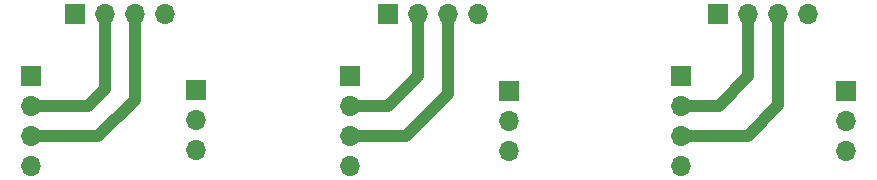
<source format=gbr>
%TF.GenerationSoftware,KiCad,Pcbnew,9.0.0*%
%TF.CreationDate,2025-05-15T14:39:23+07:00*%
%TF.ProjectId,PCB AS5600,50434220-4153-4353-9630-302e6b696361,rev?*%
%TF.SameCoordinates,Original*%
%TF.FileFunction,Copper,L1,Top*%
%TF.FilePolarity,Positive*%
%FSLAX46Y46*%
G04 Gerber Fmt 4.6, Leading zero omitted, Abs format (unit mm)*
G04 Created by KiCad (PCBNEW 9.0.0) date 2025-05-15 14:39:23*
%MOMM*%
%LPD*%
G01*
G04 APERTURE LIST*
%TA.AperFunction,ComponentPad*%
%ADD10R,1.700000X1.700000*%
%TD*%
%TA.AperFunction,ComponentPad*%
%ADD11O,1.700000X1.700000*%
%TD*%
%TA.AperFunction,Conductor*%
%ADD12C,1.000000*%
%TD*%
G04 APERTURE END LIST*
D10*
%TO.P,J9,1,Pin_1*%
%TO.N,VCC3*%
X203500000Y-58460000D03*
D11*
%TO.P,J9,2,Pin_2*%
%TO.N,OUT3*%
X203500000Y-61000000D03*
%TO.P,J9,3,Pin_3*%
%TO.N,DIR3*%
X203500000Y-63540000D03*
%TD*%
D10*
%TO.P,J3,1,Pin_1*%
%TO.N,VCC1*%
X138200000Y-52000000D03*
D11*
%TO.P,J3,2,Pin_2*%
%TO.N,SCL1*%
X140740000Y-52000000D03*
%TO.P,J3,3,Pin_3*%
%TO.N,SDA1*%
X143280000Y-52000000D03*
%TO.P,J3,4,Pin_4*%
%TO.N,DIR1*%
X145820000Y-52000000D03*
%TD*%
D10*
%TO.P,J4,1,Pin_1*%
%TO.N,DIR2*%
X161500000Y-57200000D03*
D11*
%TO.P,J4,2,Pin_2*%
%TO.N,SCL2*%
X161500000Y-59740000D03*
%TO.P,J4,3,Pin_3*%
%TO.N,SDA2*%
X161500000Y-62280000D03*
%TO.P,J4,4,Pin_4*%
%TO.N,GPO2*%
X161500000Y-64820000D03*
%TD*%
D10*
%TO.P,J2,1,Pin_1*%
%TO.N,VCC1*%
X148500000Y-58420000D03*
D11*
%TO.P,J2,2,Pin_2*%
%TO.N,OUT1*%
X148500000Y-60960000D03*
%TO.P,J2,3,Pin_3*%
%TO.N,DIR1*%
X148500000Y-63500000D03*
%TD*%
D10*
%TO.P,J6,1,Pin_1*%
%TO.N,VCC2*%
X175000000Y-58460000D03*
D11*
%TO.P,J6,2,Pin_2*%
%TO.N,OUT2*%
X175000000Y-61000000D03*
%TO.P,J6,3,Pin_3*%
%TO.N,DIR2*%
X175000000Y-63540000D03*
%TD*%
D10*
%TO.P,J8,1,Pin_1*%
%TO.N,VCC3*%
X192700000Y-52000000D03*
D11*
%TO.P,J8,2,Pin_2*%
%TO.N,SCL3*%
X195240000Y-52000000D03*
%TO.P,J8,3,Pin_3*%
%TO.N,SDA3*%
X197780000Y-52000000D03*
%TO.P,J8,4,Pin_4*%
%TO.N,DIR3*%
X200320000Y-52000000D03*
%TD*%
D10*
%TO.P,J1,1,Pin_1*%
%TO.N,DIR1*%
X134500000Y-57200000D03*
D11*
%TO.P,J1,2,Pin_2*%
%TO.N,SCL1*%
X134500000Y-59740000D03*
%TO.P,J1,3,Pin_3*%
%TO.N,SDA1*%
X134500000Y-62280000D03*
%TO.P,J1,4,Pin_4*%
%TO.N,GPO1*%
X134500000Y-64820000D03*
%TD*%
D10*
%TO.P,J7,1,Pin_1*%
%TO.N,DIR3*%
X189500000Y-57200000D03*
D11*
%TO.P,J7,2,Pin_2*%
%TO.N,SCL3*%
X189500000Y-59740000D03*
%TO.P,J7,3,Pin_3*%
%TO.N,SDA3*%
X189500000Y-62280000D03*
%TO.P,J7,4,Pin_4*%
%TO.N,GPO3*%
X189500000Y-64820000D03*
%TD*%
D10*
%TO.P,J5,1,Pin_1*%
%TO.N,VCC2*%
X164700000Y-52000000D03*
D11*
%TO.P,J5,2,Pin_2*%
%TO.N,SCL2*%
X167240000Y-52000000D03*
%TO.P,J5,3,Pin_3*%
%TO.N,SDA2*%
X169780000Y-52000000D03*
%TO.P,J5,4,Pin_4*%
%TO.N,DIR2*%
X172320000Y-52000000D03*
%TD*%
D12*
%TO.N,SDA1*%
X140220000Y-62280000D02*
X134500000Y-62280000D01*
X143280000Y-59220000D02*
X140220000Y-62280000D01*
X143280000Y-52000000D02*
X143280000Y-59220000D01*
%TO.N,SCL1*%
X140740000Y-52000000D02*
X140740000Y-58360000D01*
X140740000Y-58360000D02*
X139360000Y-59740000D01*
X139360000Y-59740000D02*
X134500000Y-59740000D01*
%TO.N,SCL2*%
X164760000Y-59740000D02*
X167240000Y-57260000D01*
X167240000Y-57260000D02*
X167240000Y-52000000D01*
X161500000Y-59740000D02*
X164760000Y-59740000D01*
%TO.N,SDA2*%
X169780000Y-58720000D02*
X169780000Y-52000000D01*
X161500000Y-62280000D02*
X166220000Y-62280000D01*
X166220000Y-62280000D02*
X169780000Y-58720000D01*
%TO.N,SDA3*%
X195220000Y-62280000D02*
X197780000Y-59720000D01*
X197780000Y-59720000D02*
X197780000Y-52000000D01*
X189500000Y-62280000D02*
X195220000Y-62280000D01*
%TO.N,SCL3*%
X195240000Y-57260000D02*
X195240000Y-52000000D01*
X192760000Y-59740000D02*
X195240000Y-57260000D01*
X189500000Y-59740000D02*
X192760000Y-59740000D01*
%TD*%
M02*

</source>
